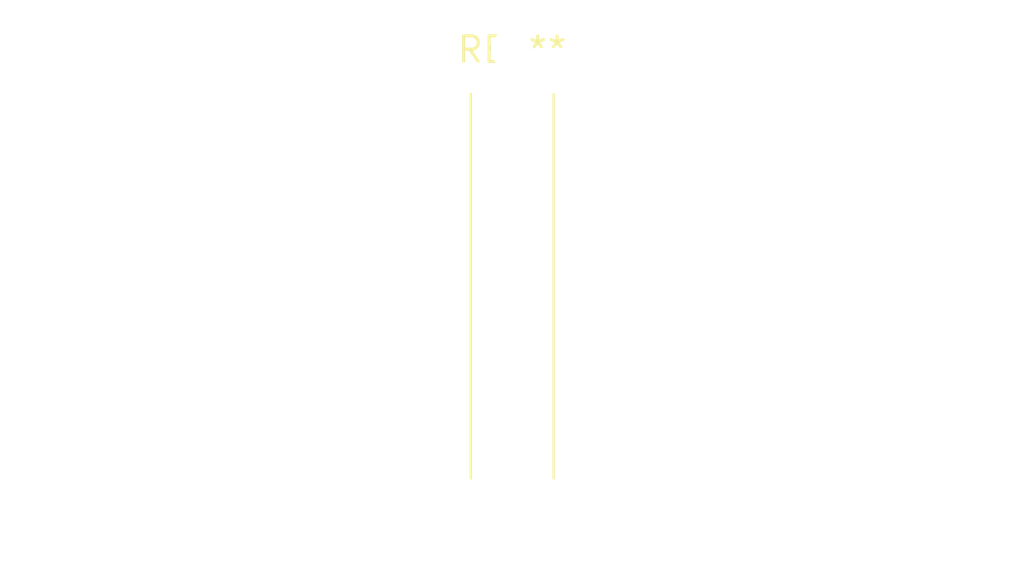
<source format=kicad_pcb>
(kicad_pcb (version 20240108) (generator pcbnew)
  (layers (0 "F.Cu" signal) (31 "B.Cu" signal) (34 "B.Paste" user) (35 "F.Paste" user) (36 "B.SilkS" user "B.Silkscreen") (37 "F.SilkS" user "F.Silkscreen") (38 "B.Mask" user) (39 "F.Mask" user) (44 "Edge.Cuts" user))
  (net 0 "")
  (footprint "SolderWire-1.5sqmm_1x01_D1.7mm_OD3.9mm_Relief" (layer "F.Cu") (at 0 0)
    (property "Reference" "REF**")
    (property "Value" "SolderWire-1.5sqmm_1x01_D1.7mm_OD3.9mm_Relief")
    (fp_line (start -2.06 2.21) (end -2.06 21.34) (layer "F.SilkS") (stroke (width 0.12)))
    (fp_line (start 2.06 2.21) (end 2.06 21.34) (layer "F.SilkS") (stroke (width 0.12)))
    (pad "" np_thru_hole circle (at 0 23.4) (size 4.4 4.4) (drill 4.4) (layers *.Cu *.Mask))
    (pad "1" thru_hole roundrect (at 0 0) (size 3.9 3.9) (drill 2.1) (layers *.Cu *.Mask) (remove_unused_layers) (roundrect_rratio 0.064103))
  )
)
</source>
